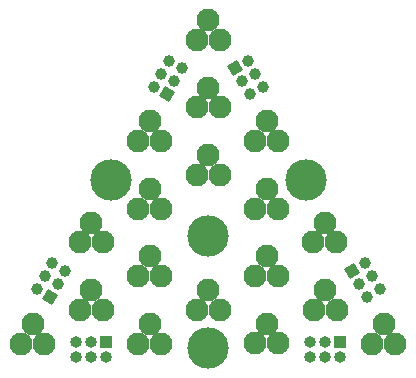
<source format=gbr>
%TF.GenerationSoftware,KiCad,Pcbnew,6.0.4-6f826c9f35~116~ubuntu18.04.1*%
%TF.CreationDate,2022-11-29T20:00:39+03:00*%
%TF.ProjectId,free_dry_electrodes_16x3_4cm,66726565-5f64-4727-995f-656c65637472,rev?*%
%TF.SameCoordinates,Original*%
%TF.FileFunction,Soldermask,Top*%
%TF.FilePolarity,Negative*%
%FSLAX46Y46*%
G04 Gerber Fmt 4.6, Leading zero omitted, Abs format (unit mm)*
G04 Created by KiCad (PCBNEW 6.0.4-6f826c9f35~116~ubuntu18.04.1) date 2022-11-29 20:00:39*
%MOMM*%
%LPD*%
G01*
G04 APERTURE LIST*
G04 Aperture macros list*
%AMHorizOval*
0 Thick line with rounded ends*
0 $1 width*
0 $2 $3 position (X,Y) of the first rounded end (center of the circle)*
0 $4 $5 position (X,Y) of the second rounded end (center of the circle)*
0 Add line between two ends*
20,1,$1,$2,$3,$4,$5,0*
0 Add two circle primitives to create the rounded ends*
1,1,$1,$2,$3*
1,1,$1,$4,$5*%
%AMRotRect*
0 Rectangle, with rotation*
0 The origin of the aperture is its center*
0 $1 length*
0 $2 width*
0 $3 Rotation angle, in degrees counterclockwise*
0 Add horizontal line*
21,1,$1,$2,0,0,$3*%
G04 Aperture macros list end*
%ADD10O,1.950000X1.950000*%
%ADD11C,3.500000*%
%ADD12RotRect,1.000000X1.000000X30.000000*%
%ADD13HorizOval,1.000000X0.000000X0.000000X0.000000X0.000000X0*%
%ADD14RotRect,1.000000X1.000000X150.000000*%
%ADD15HorizOval,1.000000X0.000000X0.000000X0.000000X0.000000X0*%
%ADD16R,1.000000X1.000000*%
%ADD17O,1.000000X1.000000*%
G04 APERTURE END LIST*
D10*
%TO.C,J3*%
X4949335Y9697500D03*
X3975057Y8010001D03*
X5923613Y8010000D03*
%TD*%
%TO.C,J1*%
X0Y18270000D03*
X-974278Y16582501D03*
X974278Y16582500D03*
%TD*%
%TO.C,J4*%
X-4949335Y9697500D03*
X-5923613Y8010001D03*
X-3975057Y8010000D03*
%TD*%
%TO.C,J14*%
X4937059Y-7426238D03*
X3962781Y-9113737D03*
X5911337Y-9113738D03*
%TD*%
%TO.C,J10*%
X9898670Y-4590000D03*
X8924392Y-6277499D03*
X10872948Y-6277500D03*
%TD*%
%TO.C,J18*%
X-4949335Y-1732500D03*
X-5923613Y-3419999D03*
X-3975057Y-3420000D03*
%TD*%
%TO.C,J5*%
X4949335Y3982500D03*
X3975057Y2295001D03*
X5923613Y2295000D03*
%TD*%
%TO.C,J2*%
X0Y12555000D03*
X-974278Y10867501D03*
X974278Y10867500D03*
%TD*%
%TO.C,J16*%
X-14848006Y-7447500D03*
X-15822284Y-9134999D03*
X-13873728Y-9135000D03*
%TD*%
%TO.C,J6*%
X-4949335Y3982500D03*
X-5923613Y2295001D03*
X-3975057Y2295000D03*
%TD*%
%TO.C,J12*%
X-9898670Y-4590000D03*
X-10872948Y-6277499D03*
X-8924392Y-6277500D03*
%TD*%
%TO.C,J7*%
X9874119Y1125000D03*
X8899841Y-562499D03*
X10848397Y-562500D03*
%TD*%
%TO.C,J17*%
X4949335Y-1732500D03*
X3975057Y-3419999D03*
X5923613Y-3420000D03*
%TD*%
%TO.C,J8*%
X0Y6840000D03*
X-974278Y5152501D03*
X974278Y5152500D03*
%TD*%
%TO.C,J15*%
X-4949335Y-7447500D03*
X-5923613Y-9134999D03*
X-3975057Y-9135000D03*
%TD*%
%TO.C,J13*%
X14848006Y-7447500D03*
X13873728Y-9134999D03*
X15822284Y-9135000D03*
%TD*%
%TO.C,J9*%
X-9898670Y1125000D03*
X-10872948Y-562499D03*
X-8924392Y-562500D03*
%TD*%
%TO.C,J11*%
X0Y-4590000D03*
X-974278Y-6277499D03*
X974278Y-6277500D03*
%TD*%
D11*
%TO.C,REF\u002A\u002A*%
X0Y0D03*
%TD*%
D12*
%TO.C,J33*%
X2233637Y14185227D03*
D13*
X3333489Y14820227D03*
X2868637Y13085375D03*
X3968489Y13720375D03*
X3503637Y11985522D03*
X4603489Y12620522D03*
%TD*%
D14*
%TO.C,J32*%
X-3502112Y11988167D03*
D15*
X-4601964Y12623167D03*
X-2867112Y13088019D03*
X-3966964Y13723019D03*
X-2232112Y14187872D03*
X-3331964Y14822872D03*
%TD*%
D12*
%TO.C,J31*%
X12133111Y-2961165D03*
D13*
X13232963Y-2326165D03*
X12768111Y-4061017D03*
X13867963Y-3426017D03*
X13403111Y-5160870D03*
X14502963Y-4525870D03*
%TD*%
D14*
%TO.C,J30*%
X-13401586Y-5158225D03*
D15*
X-14501438Y-4523225D03*
X-12766586Y-4058373D03*
X-13866438Y-3423373D03*
X-12131586Y-2958520D03*
X-13231438Y-2323520D03*
%TD*%
D16*
%TO.C,J29*%
X11167948Y-9027000D03*
D17*
X11167948Y-10297000D03*
X9897948Y-9027000D03*
X9897948Y-10297000D03*
X8627948Y-9027000D03*
X8627948Y-10297000D03*
%TD*%
D16*
%TO.C,J28*%
X-8631000Y-9027000D03*
D17*
X-8631000Y-10297000D03*
X-9901000Y-9027000D03*
X-9901000Y-10297000D03*
X-11171000Y-9027000D03*
X-11171000Y-10297000D03*
%TD*%
D11*
%TO.C,REF\u002A\u002A*%
X0Y-9525000D03*
%TD*%
%TO.C,REF\u002A\u002A*%
X-8248892Y4762500D03*
%TD*%
%TO.C,REF\u002A\u002A*%
X8248892Y4762500D03*
%TD*%
M02*

</source>
